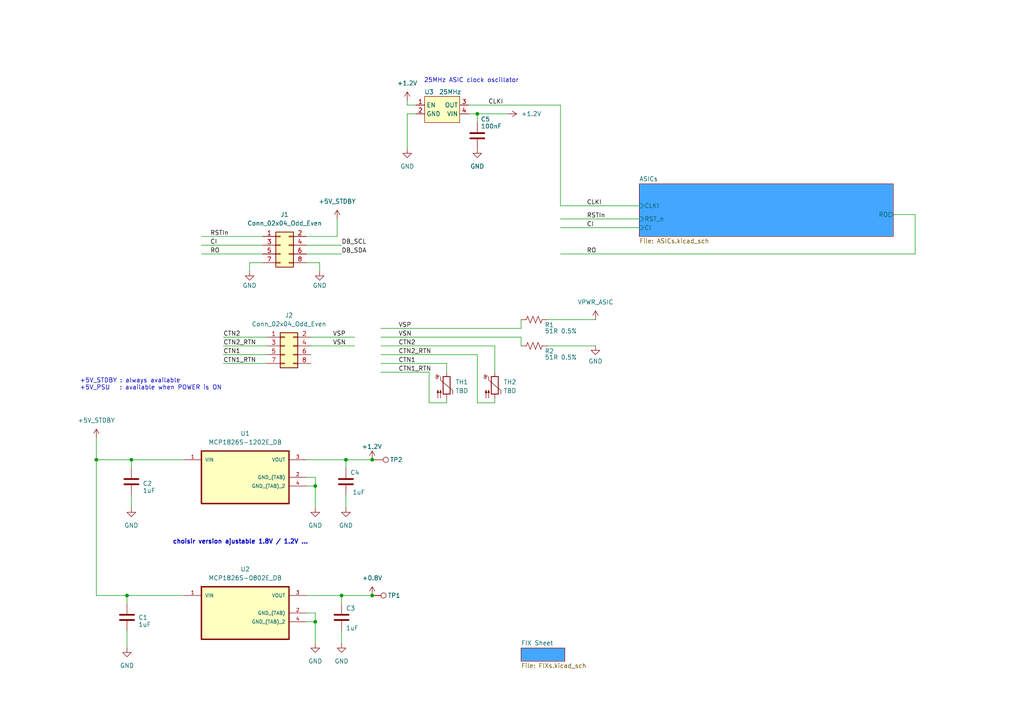
<source format=kicad_sch>
(kicad_sch (version 20231120) (generator "eeschema") (generator_version "8.0")
  (paper "A4")
  (lib_symbols
    (symbol "Connector:TestPoint" (pin_numbers hide) (pin_names (offset 0.762) hide)
      (property "Reference" "TP" (at 0 6.858 0))
      (property "Value" "TestPoint" (at 0 5.08 0))
      (symbol "TestPoint_0_1"
        (circle (center 0 3.302) (radius 0.762))
      )
      (symbol "TestPoint_1_1"
        (pin passive line (at 0 0 90) (length 2.54) (name "1") (number "1"))
      )
    )
    (symbol "Connector_Generic:Conn_02x04_Odd_Even" (pin_names (offset 1.016) hide)
      (property "Reference" "J" (at 1.27 5.08 0))
      (property "Value" "Conn_02x04_Odd_Even" (at 1.27 -7.62 0))
      (symbol "Conn_02x04_Odd_Even_1_1"
        (rectangle (start -1.27 -4.953) (end 0 -5.207) (stroke (width 0.1524)))
        (rectangle (start -1.27 -2.413) (end 0 -2.667) (stroke (width 0.1524)))
        (rectangle (start -1.27 0.127) (end 0 -0.127) (stroke (width 0.1524)))
        (rectangle (start -1.27 2.667) (end 0 2.413) (stroke (width 0.1524)))
        (rectangle (start -1.27 3.81) (end 3.81 -6.35) (stroke (width 0.254)) (fill (type background)))
        (rectangle (start 3.81 -4.953) (end 2.54 -5.207) (stroke (width 0.1524)))
        (rectangle (start 3.81 -2.413) (end 2.54 -2.667) (stroke (width 0.1524)))
        (rectangle (start 3.81 0.127) (end 2.54 -0.127) (stroke (width 0.1524)))
        (rectangle (start 3.81 2.667) (end 2.54 2.413) (stroke (width 0.1524)))
        (pin passive line (at -5.08 2.54 0) (length 3.81) (name "Pin_1") (number "1"))
        (pin passive line (at 7.62 2.54 180) (length 3.81) (name "Pin_2") (number "2"))
        (pin passive line (at -5.08 0 0) (length 3.81) (name "Pin_3") (number "3"))
        (pin passive line (at 7.62 0 180) (length 3.81) (name "Pin_4") (number "4"))
        (pin passive line (at -5.08 -2.54 0) (length 3.81) (name "Pin_5") (number "5"))
        (pin passive line (at 7.62 -2.54 180) (length 3.81) (name "Pin_6") (number "6"))
        (pin passive line (at -5.08 -5.08 0) (length 3.81) (name "Pin_7") (number "7"))
        (pin passive line (at 7.62 -5.08 180) (length 3.81) (name "Pin_8") (number "8"))
      )
    )
    (symbol "Device:C" (pin_numbers hide) (pin_names (offset 0.254))
      (property "Reference" "C" (at 0.635 2.54 0))
      (property "Value" "C" (at 0.635 -2.54 0))
      (symbol "C_0_1"
        (polyline (pts (xy -2.032 -0.762) (xy 2.032 -0.762)) (stroke (width 0.508)))
        (polyline (pts (xy -2.032 0.762) (xy 2.032 0.762)) (stroke (width 0.508)))
      )
      (symbol "C_1_1"
        (pin passive line (at 0 3.81 270) (length 2.794) (name "~") (number "1"))
        (pin passive line (at 0 -3.81 90) (length 2.794) (name "~") (number "2"))
      )
    )
    (symbol "Device:R_US" (pin_numbers hide) (pin_names (offset 0))
      (property "Reference" "R" (at 2.54 0 90))
      (property "Value" "R_US" (at -2.54 0 90))
      (symbol "R_US_0_1"
        (polyline (pts (xy 0 -2.286) (xy 0 -2.54)))
        (polyline (pts (xy 0 2.286) (xy 0 2.54)))
        (polyline (pts (xy 0 -0.762) (xy 1.016 -1.143) (xy 0 -1.524) (xy -1.016 -1.905) (xy 0 -2.286)))
        (polyline (pts (xy 0 0.762) (xy 1.016 0.381) (xy 0 0) (xy -1.016 -0.381) (xy 0 -0.762)))
        (polyline (pts (xy 0 2.286) (xy 1.016 1.905) (xy 0 1.524) (xy -1.016 1.143) (xy 0 0.762)))
      )
      (symbol "R_US_1_1"
        (pin passive line (at 0 3.81 270) (length 1.27) (name "~") (number "1"))
        (pin passive line (at 0 -3.81 90) (length 1.27) (name "~") (number "2"))
      )
    )
    (symbol "EKO_Miner_ASIClib:MCP1826S-0802E_DB" (pin_names (offset 1.016))
      (property "Reference" "U" (at -12.7 10.668 0))
      (property "Value" "MCP1826S-0802E_DB" (at -12.7 8.636 0))
      (property "P/N MOUSER" "579-MCP1826S-0802EDB" (at 0 0 0))
      (symbol "MCP1826S-0802E_DB_0_0"
        (rectangle (start -12.7 -7.62) (end 12.7 7.62) (stroke (width 0.41)) (fill (type background)))
        (pin input line (at -17.78 5.08 0) (length 5.08) (name "VIN") (number "1"))
        (pin power_in line (at 17.78 0 180) (length 5.08) (name "GND_(TAB)") (number "2"))
        (pin output line (at 17.78 5.08 180) (length 5.08) (name "VOUT") (number "3"))
        (pin power_in line (at 17.78 -2.54 180) (length 5.08) (name "GND_(TAB)_2") (number "4"))
      )
    )
    (symbol "EKO_Miner_ASIClib:MCP1826S-1802E_DB" (pin_names (offset 1.016))
      (property "Reference" "U" (at -12.7 10.668 0))
      (property "Value" "MCP1826S-1802E_DB" (at -12.7 8.636 0))
      (property "P/N MOUSER" "579-MCP1826S-1802EDB" (at 0 0 0))
      (symbol "MCP1826S-1802E_DB_0_0"
        (rectangle (start -12.7 -7.62) (end 12.7 7.62) (stroke (width 0.41)) (fill (type background)))
        (pin input line (at -17.78 5.08 0) (length 5.08) (name "VIN") (number "1"))
        (pin power_in line (at 17.78 0 180) (length 5.08) (name "GND_(TAB)") (number "2"))
        (pin output line (at 17.78 5.08 180) (length 5.08) (name "VOUT") (number "3"))
        (pin power_in line (at 17.78 -2.54 180) (length 5.08) (name "GND_(TAB)_2") (number "4"))
      )
    )
    (symbol "Sensor_Temperature:PT1000" (pin_numbers hide) (pin_names (offset 0))
      (property "Reference" "TH" (at -4.445 0 90))
      (property "Value" "PT1000" (at 3.175 0 90))
      (symbol "PT1000_0_1"
        (arc (start -3.048 2.159) (mid -3.0495 2.3143) (end -3.175 2.413))
        (arc (start -3.048 2.159) (mid -2.9736 1.9794) (end -2.794 1.905))
        (arc (start -3.048 2.794) (mid -2.9736 2.6144) (end -2.794 2.54))
        (arc (start -2.794 1.905) (mid -2.6144 1.9794) (end -2.54 2.159))
        (arc (start -2.794 2.54) (mid -2.4393 2.5587) (end -2.159 2.794))
        (arc (start -2.794 3.048) (mid -2.9736 2.9736) (end -3.048 2.794))
        (arc (start -2.54 2.794) (mid -2.6144 2.9736) (end -2.794 3.048))
        (rectangle (start -1.016 2.54) (end 1.016 -2.54) (stroke (width 0.254)))
        (polyline (pts (xy -2.54 2.159) (xy -2.54 2.794)))
        (polyline (pts (xy -1.778 2.54) (xy -1.778 1.524) (xy 1.778 -1.524) (xy 1.778 -2.54)))
        (polyline (pts (xy -2.54 -3.683) (xy -2.54 -1.397) (xy -2.794 -2.159) (xy -2.286 -2.159) (xy -2.54 -1.397) (xy -2.54 -1.651)) (fill (type outline)))
        (polyline (pts (xy -1.778 -3.683) (xy -1.778 -1.397) (xy -2.032 -2.159) (xy -1.524 -2.159) (xy -1.778 -1.397) (xy -1.778 -1.651)) (fill (type outline)))
      )
      (symbol "PT1000_1_1"
        (pin passive line (at 0 3.81 270) (length 1.27) (name "~") (number "1"))
        (pin passive line (at 0 -3.81 90) (length 1.27) (name "~") (number "2"))
      )
    )
    (symbol "bitaxe:oscillator"
      (property "Reference" "U" (at -3.81 5.08 0))
      (property "Value" "oscillator" (at 0 -5.08 0))
      (symbol "oscillator_0_1"
        (rectangle (start -5.08 3.81) (end 5.08 -3.81) (stroke (width 0.1524)) (fill (type background)))
      )
      (symbol "oscillator_1_0"
        (pin bidirectional line (at -7.62 1.27 0) (length 2.54) (name "EN") (number "1"))
        (pin bidirectional line (at -7.62 -1.27 0) (length 2.54) (name "GND") (number "2"))
        (pin bidirectional line (at 7.62 1.27 180) (length 2.54) (name "OUT") (number "3"))
        (pin bidirectional line (at 7.62 -1.27 180) (length 2.54) (name "VIN") (number "4"))
      )
    )
    (symbol "power:+3.3V" (power) (pin_names (offset 0))
      (property "Value" "+3.3V" (at 0 3.556 0))
      (symbol "+3.3V_0_1"
        (polyline (pts (xy -0.762 1.27) (xy 0 2.54)))
        (polyline (pts (xy 0 0) (xy 0 2.54)))
        (polyline (pts (xy 0 2.54) (xy 0.762 1.27)))
      )
      (symbol "+3.3V_1_1"
        (pin power_in line (at 0 0 90) (length 0) hide (name "+3.3V") (number "1"))
      )
    )
    (symbol "power:GND" (power) (pin_numbers hide) (pin_names (offset 0) hide)
      (property "Value" "GND" (at 0 -3.81 0))
      (symbol "GND_0_1"
        (polyline (pts (xy 0 0) (xy 0 -1.27) (xy 1.27 -1.27) (xy 0 -2.54) (xy -1.27 -1.27) (xy 0 -1.27)))
      )
      (symbol "GND_1_1"
        (pin power_in line (at 0 0 270) (length 0) (name "~") (number "1"))
      )
    )
    (symbol "power:VDD" (power) (pin_numbers hide) (pin_names (offset 0) hide)
      (property "Value" "VDD" (at 0 3.556 0))
      (symbol "VDD_0_1"
        (polyline (pts (xy -0.762 1.27) (xy 0 2.54)))
        (polyline (pts (xy 0 0) (xy 0 2.54)))
        (polyline (pts (xy 0 2.54) (xy 0.762 1.27)))
      )
      (symbol "VDD_1_1"
        (pin power_in line (at 0 0 90) (length 0) (name "~") (number "1"))
      )
    )
  )
  (junction (at 107.95 172.72))
  (junction (at 99.06 172.72))
  (junction (at 107.95 133.35))
  (junction (at 38.1 133.35))
  (junction (at 27.94 133.35))
  (junction (at 91.44 140.97))
  (junction (at 36.83 172.72))
  (junction (at 100.33 133.35) (diameter 0.9144))
  (junction (at 138.43 33.02))
  (junction (at 91.44 180.34))
  (wire (pts (xy 64.77 97.79) (xy 77.47 97.79)))
  (wire (pts (xy 88.9 133.35) (xy 100.33 133.35)))
  (wire (pts (xy 143.51 116.84) (xy 143.51 115.57)))
  (wire (pts (xy 27.94 133.35) (xy 38.1 133.35)))
  (wire (pts (xy 91.44 138.43) (xy 91.44 140.97)))
  (wire (pts (xy 129.54 116.84) (xy 129.54 115.57)))
  (wire (pts (xy 88.9 177.8) (xy 91.44 177.8)))
  (wire (pts (xy 91.44 140.97) (xy 91.44 147.32)))
  (wire (pts (xy 36.83 172.72) (xy 53.34 172.72)))
  (wire (pts (xy 138.43 33.02) (xy 138.43 35.56)))
  (wire (pts (xy 36.83 187.96) (xy 36.83 182.88)))
  (wire (pts (xy 88.9 140.97) (xy 91.44 140.97)))
  (wire (pts (xy 64.77 105.41) (xy 77.47 105.41)))
  (wire (pts (xy 99.06 172.72) (xy 107.95 172.72)))
  (wire (pts (xy 265.43 73.66) (xy 265.43 62.23)))
  (wire (pts (xy 138.43 116.84) (xy 143.51 116.84)))
  (wire (pts (xy 107.95 133.35) (xy 108.585 133.35)))
  (wire (pts (xy 118.11 33.02) (xy 118.11 43.18)))
  (wire (pts (xy 72.39 76.2) (xy 72.39 78.74)))
  (wire (pts (xy 162.56 63.5) (xy 185.42 63.5)))
  (wire (pts (xy 124.46 107.95) (xy 124.46 116.84)))
  (wire (pts (xy 64.77 100.33) (xy 77.47 100.33)))
  (wire (pts (xy 151.13 92.71) (xy 151.13 95.25)))
  (wire (pts (xy 118.11 30.48) (xy 118.11 29.21)))
  (wire (pts (xy 143.51 100.33) (xy 143.51 107.95)))
  (wire (pts (xy 38.1 133.35) (xy 38.1 135.89)))
  (wire (pts (xy 158.75 100.33) (xy 172.72 100.33)))
  (wire (pts (xy 99.06 186.69) (xy 99.06 182.88)))
  (wire (pts (xy 110.49 107.95) (xy 124.46 107.95)))
  (wire (pts (xy 27.94 172.72) (xy 36.83 172.72)))
  (wire (pts (xy 124.46 116.84) (xy 129.54 116.84)))
  (wire (pts (xy 27.94 133.35) (xy 27.94 172.72)))
  (wire (pts (xy 92.71 76.2) (xy 92.71 78.74)))
  (wire (pts (xy 38.1 143.51) (xy 38.1 147.32)))
  (wire (pts (xy 135.89 30.48) (xy 162.56 30.48)))
  (wire (pts (xy 151.13 95.25) (xy 110.49 95.25)))
  (wire (pts (xy 88.9 172.72) (xy 99.06 172.72)))
  (wire (pts (xy 118.11 33.02) (xy 120.65 33.02)))
  (wire (pts (xy 58.42 71.12) (xy 76.2 71.12)))
  (wire (pts (xy 99.06 73.66) (xy 88.9 73.66)))
  (wire (pts (xy 162.56 66.04) (xy 185.42 66.04)))
  (wire (pts (xy 88.9 180.34) (xy 91.44 180.34)))
  (wire (pts (xy 162.56 59.69) (xy 185.42 59.69)))
  (wire (pts (xy 100.33 133.35) (xy 100.33 135.89)))
  (wire (pts (xy 110.49 97.79) (xy 151.13 97.79)))
  (wire (pts (xy 110.49 100.33) (xy 143.51 100.33)))
  (wire (pts (xy 110.49 105.41) (xy 129.54 105.41)))
  (wire (pts (xy 38.1 133.35) (xy 53.34 133.35)))
  (wire (pts (xy 158.75 92.71) (xy 172.72 92.71)))
  (wire (pts (xy 97.79 63.5) (xy 97.79 68.58)))
  (wire (pts (xy 76.2 76.2) (xy 72.39 76.2)))
  (wire (pts (xy 162.56 30.48) (xy 162.56 59.69)))
  (wire (pts (xy 90.17 100.33) (xy 102.87 100.33)))
  (wire (pts (xy 151.13 97.79) (xy 151.13 100.33)))
  (wire (pts (xy 129.54 105.41) (xy 129.54 107.95)))
  (wire (pts (xy 91.44 186.69) (xy 91.44 180.34)))
  (wire (pts (xy 138.43 102.87) (xy 138.43 116.84)))
  (wire (pts (xy 265.43 62.23) (xy 259.08 62.23)))
  (wire (pts (xy 162.56 73.66) (xy 265.43 73.66)))
  (wire (pts (xy 58.42 73.66) (xy 76.2 73.66)))
  (wire (pts (xy 91.44 138.43) (xy 88.9 138.43)))
  (wire (pts (xy 90.17 97.79) (xy 102.87 97.79)))
  (wire (pts (xy 138.43 33.02) (xy 147.32 33.02)))
  (wire (pts (xy 88.9 76.2) (xy 92.71 76.2)))
  (wire (pts (xy 91.44 180.34) (xy 91.44 177.8)))
  (wire (pts (xy 118.11 30.48) (xy 120.65 30.48)))
  (wire (pts (xy 110.49 102.87) (xy 138.43 102.87)))
  (wire (pts (xy 100.33 143.51) (xy 100.33 147.32)))
  (wire (pts (xy 27.94 127) (xy 27.94 133.35)))
  (wire (pts (xy 99.06 172.72) (xy 99.06 175.26)))
  (wire (pts (xy 100.33 133.35) (xy 107.95 133.35)))
  (wire (pts (xy 99.06 71.12) (xy 88.9 71.12)))
  (wire (pts (xy 135.89 33.02) (xy 138.43 33.02)))
  (wire (pts (xy 58.42 68.58) (xy 76.2 68.58)))
  (wire (pts (xy 64.77 102.87) (xy 77.47 102.87)))
  (wire (pts (xy 97.79 68.58) (xy 88.9 68.58)))
  (wire (pts (xy 36.83 172.72) (xy 36.83 175.26)))
  (text "+5V_STDBY : always available\n+5V_PSU   : available when POWER is ON" (at 23.114 111.506 0) (effects (font (size 1.27 1.27)) (justify left)))
  (text "25MHz ASIC clock oscillator" (at 122.936 24.13 0) (effects (font (size 1.27 1.27)) (justify left bottom)))
  (text "choisir version ajustable 1.8V / 1.2V ..." (at 50.038 157.226 0) (effects (font (size 1.27 1.27) (thickness 0.254) (bold yes)) (justify left)))
  (label "CTN1_RTN" (at 64.77 105.41 0))
  (label "CLKI" (at 170.18 59.69 0))
  (label "RSTIn" (at 170.18 63.5 0))
  (label "CI" (at 170.18 66.04 0))
  (label "CLKI" (at 141.605 30.48 0))
  (label "VSN" (at 96.52 100.33 0))
  (label "RO" (at 60.96 73.66 0))
  (label "CTN2" (at 64.77 97.79 0))
  (label "CTN1_RTN" (at 115.57 107.95 0))
  (label "CTN1" (at 64.77 102.87 0))
  (label "RO" (at 170.18 73.66 0))
  (label "RSTIn" (at 60.96 68.58 0))
  (label "VSP" (at 115.57 95.25 0))
  (label "CI" (at 60.96 71.12 0))
  (label "DB_SCL" (at 99.06 71.12 0))
  (label "CTN2_RTN" (at 115.57 102.87 0))
  (label "VSP" (at 96.52 97.79 0))
  (label "CTN2_RTN" (at 64.77 100.33 0))
  (label "VSN" (at 115.57 97.79 0))
  (label "CTN1" (at 115.57 105.41 0))
  (label "CTN2" (at 115.57 100.33 0))
  (label "DB_SDA" (at 99.06 73.66 0))
  (symbol (lib_id "power:GND") (at 92.71 78.74 0) (mirror y) (unit 1)
    (property "Reference" "#PWR07" (effects (hide yes)))
    (property "Value" "GND" (at 92.71 82.804 0))
    (property "Description" "Power symbol creates a global label with name \"GND\" , ground" (effects (hide yes)))
  )
  (symbol (lib_id "power:GND") (at 91.44 186.69 0) (unit 1)
    (property "Reference" "#PWR06" (effects (hide yes)))
    (property "Value" "GND" (at 91.44 191.77 0))
    (property "Description" "Power symbol creates a global label with name \"GND\" , ground" (effects (hide yes)))
  )
  (symbol (lib_id "power:GND") (at 118.11 43.18 0) (unit 1)
    (property "Reference" "#PWR014" (effects (hide yes)))
    (property "Value" "GND" (at 118.11 48.26 0))
    (property "Description" "Power symbol creates a global label with name \"GND\" , ground" (effects (hide yes)))
  )
  (symbol (lib_id "power:VDD") (at 107.95 172.72 0) (unit 1)
    (property "Reference" "#PWR012" (effects (hide yes)))
    (property "Value" "+0.8V" (at 107.95 167.64 0))
    (property "Description" "Power symbol creates a global label with name \"VDD\"" (effects (hide yes)))
  )
  (symbol (lib_id "Connector:TestPoint") (at 107.95 172.72 270) (mirror x) (unit 1) (in_bom no)
    (property "Reference" "TP1" (at 114.3 172.72 90))
    (property "Value" "TestPoint" (effects (hide yes)))
    (property "Footprint" "TestPoint:TestPoint_Pad_D1.0mm" (effects (hide yes)))
  )
  (symbol (lib_id "power:GND") (at 100.33 147.32 0) (unit 1)
    (property "Reference" "#PWR010" (effects (hide yes)))
    (property "Value" "GND" (at 100.33 152.4 0))
    (property "Description" "Power symbol creates a global label with name \"GND\" , ground" (effects (hide yes)))
  )
  (symbol (lib_id "power:GND") (at 38.1 147.32 0) (unit 1)
    (property "Reference" "#PWR03" (effects (hide yes)))
    (property "Value" "GND" (at 38.1 152.4 0))
    (property "Description" "Power symbol creates a global label with name \"GND\" , ground" (effects (hide yes)))
  )
  (symbol (lib_id "Device:C") (at 36.83 179.07 0) (unit 1)
    (property "Reference" "C1" (at 40.132 179.832 0) (effects (justify left bottom)))
    (property "Value" "1uF" (at 40.132 181.864 0) (effects (justify left bottom)))
    (property "Footprint" "Capacitor_SMD:C_0805_2012Metric_Pad1.18x1.45mm_HandSolder" (effects (hide yes)))
  )
  (symbol (lib_id "bitaxe:oscillator") (at 128.27 31.75 0) (unit 1)
    (property "Reference" "U3" (at 124.46 26.67 0))
    (property "Value" "25MHz" (at 130.556 26.67 0))
    (property "Footprint" "Oscillator:Oscillator_SMD_Abracon_ASE-4Pin_3.2x2.5mm" (effects (hide yes)))
    (property "Datasheet" "https://www.jauch.com/downloadfile/5ef1edcfb8e2f73163c8ce8009ef659d1/jo32-1.8-3.3v.pdf" (effects (hide yes)))
  )
  (symbol (lib_id "EKO_Miner_ASIClib:MCP1826S-1802E_DB") (at 71.12 138.43 0) (unit 1)
    (property "Reference" "U1" (at 71.12 125.73 0))
    (property "Value" "MCP1826S-1202E_DB" (at 71.12 128.27 0))
    (property "Footprint" "EKO_Miner_ASIClib:MCP1826S" (effects (hide yes)))
    (property "MF" "Microchip" (effects (hide yes)))
    (property "Description_1" "\nIC,LINEAR REGULATOR;MAX. INPUT,6V;OUTPUT,1.2V;1000MA;ACCURACY,0.5%;SOT223-3 | Microchip Technology Inc. MCP1826S-1202E/DB\n" (effects (hide yes)))
    (property "Package" "SOT-223 Microchip Technology" (effects (hide yes)))
    (property "Price" "None" (effects (hide yes)))
    (property "SnapEDA_Link" "https://www.snapeda.com/parts/MCP1826S-1802E/DB/Microchip/view-part/?ref=snap" (effects (hide yes)))
    (property "MP" "MCP1826S-1802E/DB" (effects (hide yes)))
    (property "Purchase-URL" "https://www.snapeda.com/api/url_track_click_mouser/?unipart_id=142747&manufacturer=Microchip&part_name=MCP1826S-1802E/DB&search_term=mcp1826s" (effects (hide yes)))
    (property "Availability" "In Stock" (effects (hide yes)))
    (property "Check_prices" "https://www.snapeda.com/parts/MCP1826S-1802E/DB/Microchip/view-part/?ref=eda" (effects (hide yes)))
    (property "P/N MOUSER" "579-MCP1826S-1802EDB" (effects (hide yes)))
  )
  (symbol (lib_id "power:VDD") (at 147.32 33.02 270) (unit 1)
    (property "Reference" "#PWR016" (effects (hide yes)))
    (property "Value" "+1.2V" (at 151.13 33.0199 90) (effects (justify left)))
    (property "Description" "Power symbol creates a global label with name \"VDD\"" (effects (hide yes)))
  )
  (symbol (lib_id "power:VDD") (at 107.95 133.35 0) (unit 1)
    (property "Reference" "#PWR011" (effects (hide yes)))
    (property "Value" "+1.2V" (at 104.902 129.54 0) (effects (justify left)))
    (property "Description" "Power symbol creates a global label with name \"VDD\"" (effects (hide yes)))
  )
  (symbol (lib_id "power:GND") (at 99.06 186.69 0) (unit 1)
    (property "Reference" "#PWR09" (effects (hide yes)))
    (property "Value" "GND" (at 99.06 191.77 0))
    (property "Description" "Power symbol creates a global label with name \"GND\" , ground" (effects (hide yes)))
  )
  (symbol (lib_id "Connector_Generic:Conn_02x04_Odd_Even") (at 81.28 71.12 0) (unit 1)
    (property "Reference" "J1" (at 82.55 62.23 0))
    (property "Value" "Conn_02x04_Odd_Even" (at 82.55 64.77 0))
    (property "Footprint" "Connector_PinHeader_2.54mm:PinHeader_2x04_P2.54mm_Vertical_SMD" (effects (hide yes)))
    (property "Description" "Generic connector, double row, 02x04, odd/even pin numbering scheme (row 1 odd numbers, row 2 even numbers), script generated (kicad-library-utils/schlib/autogen/connector/)" (effects (hide yes)))
  )
  (symbol (lib_id "power:GND") (at 72.39 78.74 0) (unit 1)
    (property "Reference" "#PWR04" (effects (hide yes)))
    (property "Value" "GND" (at 72.39 82.804 0))
    (property "Description" "Power symbol creates a global label with name \"GND\" , ground" (effects (hide yes)))
  )
  (symbol (lib_id "Connector:TestPoint") (at 108.585 133.35 270) (mirror x) (unit 1) (in_bom no)
    (property "Reference" "TP2" (at 114.935 133.35 90))
    (property "Value" "TestPoint" (effects (hide yes)))
    (property "Footprint" "TestPoint:TestPoint_Pad_D1.0mm" (effects (hide yes)))
  )
  (symbol (lib_id "power:GND") (at 36.83 187.96 0) (unit 1)
    (property "Reference" "#PWR02" (effects (hide yes)))
    (property "Value" "GND" (at 36.83 193.04 0))
    (property "Description" "Power symbol creates a global label with name \"GND\" , ground" (effects (hide yes)))
  )
  (symbol (lib_id "Device:C") (at 99.06 179.07 0) (unit 1)
    (property "Reference" "C3" (at 100.33 177.165 0) (effects (justify left bottom)))
    (property "Value" "1uF" (at 100.33 182.88 0) (effects (justify left bottom)))
    (property "Footprint" "Capacitor_SMD:C_0805_2012Metric_Pad1.18x1.45mm_HandSolder" (effects (hide yes)))
  )
  (symbol (lib_id "Device:R_US") (at 154.94 92.71 270) (unit 1)
    (property "Reference" "R1" (at 157.988 94.234 90) (effects (justify left)))
    (property "Value" "51R 0.5%" (at 157.988 96.012 90) (effects (justify left)))
    (property "Footprint" "Resistor_SMD:R_0805_2012Metric_Pad1.20x1.40mm_HandSolder" (effects (hide yes)))
  )
  (symbol (lib_id "power:VDD") (at 118.11 29.21 0) (unit 1)
    (property "Reference" "#PWR013" (effects (hide yes)))
    (property "Value" "+1.2V" (at 118.11 24.13 0))
    (property "Description" "Power symbol creates a global label with name \"VDD\"" (effects (hide yes)))
  )
  (symbol (lib_id "Device:C") (at 38.1 139.7 0) (unit 1)
    (property "Reference" "C2" (at 41.402 140.97 0) (effects (justify left bottom)))
    (property "Value" "1uF" (at 41.402 143.002 0) (effects (justify left bottom)))
    (property "Footprint" "Capacitor_SMD:C_0805_2012Metric_Pad1.18x1.45mm_HandSolder" (effects (hide yes)))
  )
  (symbol (lib_id "power:VDD") (at 172.72 92.71 0) (unit 1)
    (property "Reference" "#PWR017" (effects (hide yes)))
    (property "Value" "VPWR_ASIC" (at 172.72 87.63 0))
    (property "Description" "Power symbol creates a global label with name \"VDD\"" (effects (hide yes)))
  )
  (symbol (lib_id "power:+3.3V") (at 97.79 63.5 0) (mirror y) (unit 1)
    (property "Reference" "#PWR08" (effects (hide yes)))
    (property "Value" "+5V_STDBY" (at 97.79 58.42 0))
  )
  (symbol (lib_id "power:GND") (at 172.72 100.33 0) (mirror y) (unit 1)
    (property "Reference" "#PWR018" (effects (hide yes)))
    (property "Value" "GND" (at 172.72 104.775 0))
  )
  (symbol (lib_id "Sensor_Temperature:PT1000") (at 143.51 111.76 0) (unit 1)
    (property "Reference" "TH2" (at 146.05 110.8074 0) (effects (justify left)))
    (property "Value" "TBD" (at 146.05 113.3474 0) (effects (justify left)))
    (property "Footprint" "Resistor_SMD:R_1206_3216Metric_Pad1.30x1.75mm_HandSolder" (effects (hide yes)))
    (property "Description" "CTN" (effects (hide yes)))
  )
  (symbol (lib_id "Connector_Generic:Conn_02x04_Odd_Even") (at 82.55 100.33 0) (unit 1)
    (property "Reference" "J2" (at 83.82 91.44 0))
    (property "Value" "Conn_02x04_Odd_Even" (at 83.82 93.98 0))
    (property "Footprint" "Connector_PinHeader_2.54mm:PinHeader_2x04_P2.54mm_Vertical_SMD" (effects (hide yes)))
    (property "Description" "Generic connector, double row, 02x04, odd/even pin numbering scheme (row 1 odd numbers, row 2 even numbers), script generated (kicad-library-utils/schlib/autogen/connector/)" (effects (hide yes)))
  )
  (symbol (lib_id "power:GND") (at 91.44 147.32 0) (unit 1)
    (property "Reference" "#PWR05" (effects (hide yes)))
    (property "Value" "GND" (at 91.44 152.4 0))
    (property "Description" "Power symbol creates a global label with name \"GND\" , ground" (effects (hide yes)))
  )
  (symbol (lib_id "Device:C") (at 138.43 39.37 0) (unit 1)
    (property "Reference" "C5" (at 139.446 35.306 0) (effects (justify left bottom)))
    (property "Value" "100nF" (at 139.446 37.338 0) (effects (justify left bottom)))
    (property "Footprint" "Capacitor_SMD:C_0805_2012Metric_Pad1.18x1.45mm_HandSolder" (effects (hide yes)))
  )
  (symbol (lib_id "power:GND") (at 138.43 43.18 0) (unit 1)
    (property "Reference" "#PWR015" (effects (hide yes)))
    (property "Value" "GND" (at 138.43 48.26 0))
    (property "Description" "Power symbol creates a global label with name \"GND\" , ground" (effects (hide yes)))
  )
  (symbol (lib_id "Device:R_US") (at 154.94 100.33 270) (unit 1)
    (property "Reference" "R2" (at 157.988 101.854 90) (effects (justify left)))
    (property "Value" "51R 0.5%" (at 157.988 103.632 90) (effects (justify left)))
    (property "Footprint" "Resistor_SMD:R_0805_2012Metric_Pad1.20x1.40mm_HandSolder" (effects (hide yes)))
  )
  (symbol (lib_id "EKO_Miner_ASIClib:MCP1826S-0802E_DB") (at 71.12 177.8 0) (unit 1)
    (property "Reference" "U2" (at 71.12 165.1 0))
    (property "Value" "MCP1826S-0802E_DB" (at 71.12 167.64 0))
    (property "Footprint" "EKO_Miner_ASIClib:MCP1826S" (effects (hide yes)))
    (property "MF" "Microchip" (effects (hide yes)))
    (property "Description_1" "\nIC,LINEAR REGULATOR;MAX. INPUT,6V;OUTPUT,1.8V;1000MA;ACCURACY,0.5%;SOT223-3 | Microchip Technology Inc. MCP1826S-1802E/DB\n" (effects (hide yes)))
    (property "Package" "SOT-223 Microchip Technology" (effects (hide yes)))
    (property "Price" "None" (effects (hide yes)))
    (property "SnapEDA_Link" "https://www.snapeda.com/parts/MCP1826S-1802E/DB/Microchip/view-part/?ref=snap" (effects (hide yes)))
    (property "MP" "MCP1826S-1802E/DB" (effects (hide yes)))
    (property "Purchase-URL" "https://www.snapeda.com/api/url_track_click_mouser/?unipart_id=142747&manufacturer=Microchip&part_name=MCP1826S-1802E/DB&search_term=mcp1826s" (effects (hide yes)))
    (property "Availability" "In Stock" (effects (hide yes)))
    (property "Check_prices" "https://www.snapeda.com/parts/MCP1826S-1802E/DB/Microchip/view-part/?ref=eda" (effects (hide yes)))
    (property "P/N MOUSER" "579-MCP1826S-0802EDB" (effects (hide yes)))
  )
  (symbol (lib_id "Device:C") (at 100.33 139.7 0) (unit 1)
    (property "Reference" "C4" (at 101.6 137.795 0) (effects (justify left bottom)))
    (property "Value" "1uF" (at 102.235 143.51 0) (effects (justify left bottom)))
    (property "Footprint" "Capacitor_SMD:C_0805_2012Metric_Pad1.18x1.45mm_HandSolder" (effects (hide yes)))
  )
  (symbol (lib_id "power:+3.3V") (at 27.94 127 0) (unit 1)
    (property "Reference" "#PWR01" (effects (hide yes)))
    (property "Value" "+5V_STDBY" (at 27.94 121.92 0))
  )
  (symbol (lib_id "Sensor_Temperature:PT1000") (at 129.54 111.76 0) (unit 1)
    (property "Reference" "TH1" (at 132.08 110.8074 0) (effects (justify left)))
    (property "Value" "TBD" (at 132.08 113.3474 0) (effects (justify left)))
    (property "Footprint" "Resistor_SMD:R_1206_3216Metric_Pad1.30x1.75mm_HandSolder" (effects (hide yes)))
    (property "Description" "CTN" (effects (hide yes)))
  )
  (sheet (at 151.13 187.96) (size 12.7 3.81) (stroke (width 0.1524)) (fill (color 67 166 255 1.0000))
    (property "Sheetname" "FIX Sheet" (at 151.13 187.2484 0) (effects (justify left bottom)))
    (property "Sheetfile" "FIXs.kicad_sch" (at 151.13 192.3546 0) (effects (justify left top)))
  )
  (sheet (at 185.42 53.34) (size 73.66 15.24) (stroke (width 0.1524)) (fill (color 67 166 255 1.0000))
    (property "Sheetname" "ASICs" (at 185.42 52.6284 0) (effects (justify left bottom)))
    (property "Sheetfile" "ASICs.kicad_sch" (at 185.42 69.1646 0) (effects (justify left top)))
    (pin "CLKI" input (at 185.42 59.69 180))
    (pin "CI" input (at 185.42 66.04 180))
    (pin "RST_n" input (at 185.42 63.5 180))
    (pin "RO" output (at 259.08 62.23 0))
  )
)
</source>
